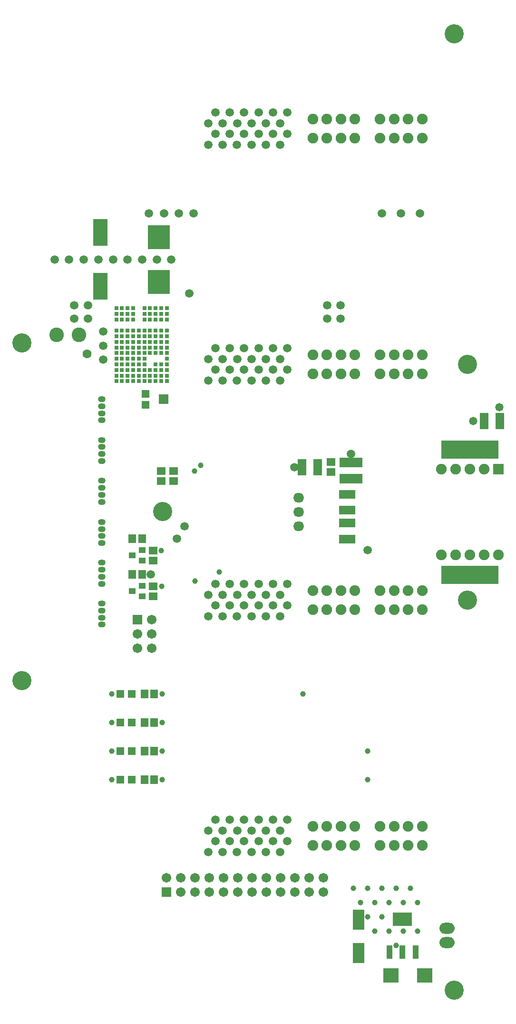
<source format=gts>
G04 Layer_Color=8388736*
%FSLAX25Y25*%
%MOIN*%
G70*
G01*
G75*
%ADD69R,0.05328X0.06115*%
%ADD70R,0.05524X0.05524*%
%ADD71R,0.04343X0.09265*%
%ADD72R,0.13398X0.09265*%
%ADD73R,0.10839X0.10446*%
%ADD74R,0.07887X0.14383*%
%ADD75R,0.06115X0.05328*%
%ADD76R,0.04627X0.03958*%
%ADD77R,0.05524X0.05524*%
%ADD78R,0.06706X0.07099*%
%ADD79R,0.02965X0.02965*%
%ADD80R,0.15367X0.16548*%
%ADD81R,0.09855X0.19107*%
%ADD82R,0.16154X0.07099*%
%ADD83R,0.11430X0.05918*%
%ADD84R,0.40170X0.12611*%
%ADD85R,0.05918X0.11430*%
%ADD86R,0.06706X0.06706*%
%ADD87C,0.06706*%
%ADD88O,0.10642X0.07690*%
%ADD89R,0.06706X0.06706*%
%ADD90O,0.05328X0.04147*%
%ADD91C,0.05918*%
%ADD92C,0.07493*%
%ADD93O,0.07493X0.06706*%
%ADD94R,0.07493X0.07493*%
%ADD95C,0.13398*%
%ADD96C,0.10249*%
%ADD97C,0.05800*%
%ADD98C,0.06312*%
%ADD99C,0.03950*%
D69*
X47594Y-163322D02*
D03*
X40705D02*
D03*
X47594Y-188322D02*
D03*
X40705D02*
D03*
X49123Y-332150D02*
D03*
X56013D02*
D03*
X49123Y-312150D02*
D03*
X56013D02*
D03*
X49123Y-272150D02*
D03*
X56013D02*
D03*
X49123Y-292150D02*
D03*
X56013D02*
D03*
D70*
X32149Y-332150D02*
D03*
X40417D02*
D03*
X32149Y-312150D02*
D03*
X40417D02*
D03*
X32149Y-292150D02*
D03*
X40417D02*
D03*
X32149Y-272150D02*
D03*
X40417D02*
D03*
D71*
X221038Y-452666D02*
D03*
X230094D02*
D03*
X239149D02*
D03*
D72*
X230094Y-429635D02*
D03*
D73*
X221924Y-469120D02*
D03*
X245743D02*
D03*
D74*
X199368Y-453264D02*
D03*
Y-430036D02*
D03*
D75*
X69471Y-116205D02*
D03*
Y-123095D02*
D03*
X60793Y-116205D02*
D03*
Y-123095D02*
D03*
X55403Y-178595D02*
D03*
Y-171705D02*
D03*
X55387Y-203595D02*
D03*
Y-196705D02*
D03*
X179788Y-109732D02*
D03*
Y-116621D02*
D03*
D76*
X47650Y-178890D02*
D03*
Y-171410D02*
D03*
X40681Y-175150D02*
D03*
X47634Y-203890D02*
D03*
Y-196410D02*
D03*
X40665Y-200150D02*
D03*
D77*
X50047Y-61906D02*
D03*
Y-69780D02*
D03*
D78*
X62646Y-65843D02*
D03*
D79*
X29465Y-53228D02*
D03*
X33402D02*
D03*
X37339D02*
D03*
X41276D02*
D03*
X45213D02*
D03*
X49150D02*
D03*
X53087D02*
D03*
X57024D02*
D03*
X60961D02*
D03*
X64898D02*
D03*
X29465Y-49291D02*
D03*
X33402D02*
D03*
X37339D02*
D03*
X41276D02*
D03*
X45213D02*
D03*
X49150D02*
D03*
X53087D02*
D03*
X57024D02*
D03*
X60961D02*
D03*
X64898D02*
D03*
X29465Y-45354D02*
D03*
X33402D02*
D03*
X37339D02*
D03*
X41276D02*
D03*
X45213D02*
D03*
X49150D02*
D03*
X53087D02*
D03*
X57024D02*
D03*
X60961D02*
D03*
X64898D02*
D03*
X29465Y-41417D02*
D03*
X33402D02*
D03*
X37339D02*
D03*
X41276D02*
D03*
X45213D02*
D03*
X49150D02*
D03*
X57024D02*
D03*
X60961D02*
D03*
X64898D02*
D03*
X29465Y-37480D02*
D03*
X33402D02*
D03*
X37339D02*
D03*
X41276D02*
D03*
X45213D02*
D03*
X49150D02*
D03*
X64898D02*
D03*
X29465Y-33543D02*
D03*
X33402D02*
D03*
X37339D02*
D03*
X41276D02*
D03*
X45213D02*
D03*
X49150D02*
D03*
X53087D02*
D03*
X57024D02*
D03*
X60961D02*
D03*
X64898D02*
D03*
X29465Y-29606D02*
D03*
X33402D02*
D03*
X37339D02*
D03*
X41276D02*
D03*
X45213D02*
D03*
X49150D02*
D03*
X53087D02*
D03*
X57024D02*
D03*
X60961D02*
D03*
X64898D02*
D03*
X29465Y-25669D02*
D03*
X33402D02*
D03*
X37339D02*
D03*
X41276D02*
D03*
X45213D02*
D03*
X49150D02*
D03*
X53087D02*
D03*
X57024D02*
D03*
X60961D02*
D03*
X64898D02*
D03*
X29465Y-21732D02*
D03*
X33402D02*
D03*
X37339D02*
D03*
X41276D02*
D03*
X45213D02*
D03*
X49150D02*
D03*
X53087D02*
D03*
X57024D02*
D03*
X60961D02*
D03*
X64898D02*
D03*
X29465Y-17795D02*
D03*
X33402D02*
D03*
X37339D02*
D03*
X41276D02*
D03*
X45213D02*
D03*
X49150D02*
D03*
X53087D02*
D03*
X57024D02*
D03*
X60961D02*
D03*
X64898D02*
D03*
X29465Y-9921D02*
D03*
X33402D02*
D03*
X37339D02*
D03*
X41276D02*
D03*
X49150D02*
D03*
X53087D02*
D03*
X57024D02*
D03*
X60961D02*
D03*
X64898D02*
D03*
X29465Y-5984D02*
D03*
X33402D02*
D03*
X37339D02*
D03*
X41276D02*
D03*
X49150D02*
D03*
X53087D02*
D03*
X57024D02*
D03*
X60961D02*
D03*
X64898D02*
D03*
X29465Y-2047D02*
D03*
X33402D02*
D03*
X37339D02*
D03*
X41276D02*
D03*
X49150D02*
D03*
X53087D02*
D03*
X57024D02*
D03*
X60961D02*
D03*
X64898D02*
D03*
D80*
X59141Y47598D02*
D03*
Y16102D02*
D03*
D81*
X18179Y50824D02*
D03*
Y13422D02*
D03*
D82*
X193781Y-121412D02*
D03*
Y-109995D02*
D03*
D83*
X191320Y-143279D02*
D03*
Y-132255D02*
D03*
Y-152548D02*
D03*
Y-163571D02*
D03*
D84*
X277165Y-101181D02*
D03*
Y-188583D02*
D03*
D85*
X159532Y-113472D02*
D03*
X170556D02*
D03*
X298150Y-80956D02*
D03*
X287126D02*
D03*
D86*
X64567Y-410787D02*
D03*
D87*
Y-400787D02*
D03*
X74567Y-410787D02*
D03*
Y-400787D02*
D03*
X84567Y-410787D02*
D03*
Y-400787D02*
D03*
X94567Y-410787D02*
D03*
Y-400787D02*
D03*
X104567Y-410787D02*
D03*
Y-400787D02*
D03*
X114567Y-410787D02*
D03*
Y-400787D02*
D03*
X124567Y-410787D02*
D03*
Y-400787D02*
D03*
X134567Y-410787D02*
D03*
Y-400787D02*
D03*
X144567Y-410787D02*
D03*
Y-400787D02*
D03*
X154567Y-410787D02*
D03*
Y-400787D02*
D03*
X164567Y-410787D02*
D03*
Y-400787D02*
D03*
X174567Y-410787D02*
D03*
Y-400787D02*
D03*
X54150Y-220121D02*
D03*
X44150Y-230121D02*
D03*
X54150D02*
D03*
X44150Y-240121D02*
D03*
X54150D02*
D03*
D88*
X261114Y-445973D02*
D03*
Y-436131D02*
D03*
D89*
X44150Y-220121D02*
D03*
D90*
X19150Y-208770D02*
D03*
Y-213691D02*
D03*
Y-218613D02*
D03*
Y-223534D02*
D03*
Y-180210D02*
D03*
Y-185132D02*
D03*
Y-190053D02*
D03*
Y-194974D02*
D03*
Y-151650D02*
D03*
Y-156571D02*
D03*
Y-161493D02*
D03*
Y-166414D02*
D03*
X19150Y-122886D02*
D03*
Y-127808D02*
D03*
Y-132729D02*
D03*
Y-137650D02*
D03*
X19150Y-94308D02*
D03*
Y-99229D02*
D03*
Y-104150D02*
D03*
Y-109071D02*
D03*
Y-65748D02*
D03*
Y-70669D02*
D03*
Y-75590D02*
D03*
Y-80511D02*
D03*
D91*
X149315Y-30162D02*
D03*
X98921D02*
D03*
X109000D02*
D03*
X119079D02*
D03*
X129157D02*
D03*
X139236D02*
D03*
X93961Y-37682D02*
D03*
X104039D02*
D03*
X114118D02*
D03*
X124197D02*
D03*
X134276D02*
D03*
X144354D02*
D03*
X98921Y-45201D02*
D03*
X109000D02*
D03*
X119079D02*
D03*
X129157D02*
D03*
X139236D02*
D03*
X149315D02*
D03*
X93921Y-52721D02*
D03*
X104000D02*
D03*
X114079D02*
D03*
X124158D02*
D03*
X134236D02*
D03*
X144315D02*
D03*
X149315Y-360162D02*
D03*
X98921D02*
D03*
X109000D02*
D03*
X119079D02*
D03*
X129157D02*
D03*
X139236D02*
D03*
X93961Y-367682D02*
D03*
X104039D02*
D03*
X114118D02*
D03*
X124197D02*
D03*
X134276D02*
D03*
X144354D02*
D03*
X98921Y-375201D02*
D03*
X109000D02*
D03*
X119079D02*
D03*
X129157D02*
D03*
X139236D02*
D03*
X149315D02*
D03*
X93921Y-382721D02*
D03*
X104000D02*
D03*
X114079D02*
D03*
X124158D02*
D03*
X134236D02*
D03*
X144315D02*
D03*
X149315Y-195162D02*
D03*
X98921D02*
D03*
X109000D02*
D03*
X119079D02*
D03*
X129157D02*
D03*
X139236D02*
D03*
X93961Y-202682D02*
D03*
X104039D02*
D03*
X114118D02*
D03*
X124197D02*
D03*
X134276D02*
D03*
X144354D02*
D03*
X98921Y-210201D02*
D03*
X109000D02*
D03*
X119079D02*
D03*
X129157D02*
D03*
X139236D02*
D03*
X149315D02*
D03*
X93921Y-217721D02*
D03*
X104000D02*
D03*
X114079D02*
D03*
X124158D02*
D03*
X134236D02*
D03*
X144315D02*
D03*
X149315Y134838D02*
D03*
X98921D02*
D03*
X109000D02*
D03*
X119079D02*
D03*
X129157D02*
D03*
X139236D02*
D03*
X93961Y127318D02*
D03*
X104039D02*
D03*
X114118D02*
D03*
X124197D02*
D03*
X134276D02*
D03*
X144354D02*
D03*
X98921Y119799D02*
D03*
X109000D02*
D03*
X119079D02*
D03*
X129157D02*
D03*
X139236D02*
D03*
X149315D02*
D03*
X93921Y112279D02*
D03*
X104000D02*
D03*
X114079D02*
D03*
X124158D02*
D03*
X134236D02*
D03*
X144315D02*
D03*
X205650Y-171263D02*
D03*
X71978Y-163322D02*
D03*
X77150Y-154650D02*
D03*
X53478Y-188322D02*
D03*
X154328Y-113472D02*
D03*
X193781Y-104019D02*
D03*
X68047Y31811D02*
D03*
X57811D02*
D03*
X47575D02*
D03*
X37339D02*
D03*
X27102D02*
D03*
X16866D02*
D03*
X6630D02*
D03*
X-3606D02*
D03*
X-13842D02*
D03*
X83748Y64225D02*
D03*
X73299D02*
D03*
X62850D02*
D03*
X80638Y8319D02*
D03*
X52402Y64225D02*
D03*
X20331Y-18504D02*
D03*
Y-28346D02*
D03*
Y-38189D02*
D03*
X0Y-9449D02*
D03*
Y0D02*
D03*
X9449D02*
D03*
Y-9449D02*
D03*
X215638Y64225D02*
D03*
X229024D02*
D03*
X242409D02*
D03*
X186614Y-9449D02*
D03*
Y0D02*
D03*
X177165D02*
D03*
Y-9449D02*
D03*
D92*
X196677Y-48036D02*
D03*
X186835D02*
D03*
X176992D02*
D03*
X167150D02*
D03*
X196677Y-34650D02*
D03*
X186835D02*
D03*
X176992D02*
D03*
X167150D02*
D03*
X214394D02*
D03*
X224236D02*
D03*
X234079D02*
D03*
X243921D02*
D03*
X214394Y-48036D02*
D03*
X224236D02*
D03*
X234079D02*
D03*
X243921D02*
D03*
X196677Y-378036D02*
D03*
X186835D02*
D03*
X176992D02*
D03*
X167150D02*
D03*
X196677Y-364650D02*
D03*
X186835D02*
D03*
X176992D02*
D03*
X167150D02*
D03*
X214394D02*
D03*
X224236D02*
D03*
X234079D02*
D03*
X243921D02*
D03*
X214394Y-378036D02*
D03*
X224236D02*
D03*
X234079D02*
D03*
X243921D02*
D03*
X196677Y-213036D02*
D03*
X186835D02*
D03*
X176992D02*
D03*
X167150D02*
D03*
X196677Y-199650D02*
D03*
X186835D02*
D03*
X176992D02*
D03*
X167150D02*
D03*
X214394D02*
D03*
X224236D02*
D03*
X234079D02*
D03*
X243921D02*
D03*
X214394Y-213036D02*
D03*
X224236D02*
D03*
X234079D02*
D03*
X243921D02*
D03*
X196677Y116964D02*
D03*
X186835D02*
D03*
X176992D02*
D03*
X167150D02*
D03*
X196677Y130350D02*
D03*
X186835D02*
D03*
X176992D02*
D03*
X167150D02*
D03*
X214394D02*
D03*
X224236D02*
D03*
X234079D02*
D03*
X243921D02*
D03*
X214394Y116964D02*
D03*
X224236D02*
D03*
X234079D02*
D03*
X243921D02*
D03*
X257150Y-174650D02*
D03*
X267150D02*
D03*
X277150D02*
D03*
X287150D02*
D03*
X297150D02*
D03*
X257150Y-114650D02*
D03*
X267150D02*
D03*
X277150D02*
D03*
X287150D02*
D03*
D93*
X157150Y-134650D02*
D03*
Y-144650D02*
D03*
Y-154650D02*
D03*
D94*
X297150Y-114650D02*
D03*
D95*
X275590Y-206299D02*
D03*
Y-41339D02*
D03*
X61811Y-144488D02*
D03*
X-36753Y-262761D02*
D03*
Y-26540D02*
D03*
X266397Y189995D02*
D03*
Y-479296D02*
D03*
D96*
X3150Y-20650D02*
D03*
X-12441D02*
D03*
D97*
X298031Y-71260D02*
D03*
X279528Y-81102D02*
D03*
D98*
X9055Y-34036D02*
D03*
D99*
X205650Y-332150D02*
D03*
X205649Y-312150D02*
D03*
X160150Y-272150D02*
D03*
X61650Y-332150D02*
D03*
X61650Y-312150D02*
D03*
X61650Y-292150D02*
D03*
X61650Y-272150D02*
D03*
X26150Y-332150D02*
D03*
Y-312150D02*
D03*
Y-292150D02*
D03*
Y-272150D02*
D03*
X240582Y-418150D02*
D03*
X235582Y-408150D02*
D03*
X240582Y-438150D02*
D03*
X225582Y-408150D02*
D03*
X230582Y-418150D02*
D03*
Y-438150D02*
D03*
X225582Y-448150D02*
D03*
X215582Y-408150D02*
D03*
X220582Y-418150D02*
D03*
X215582Y-428150D02*
D03*
X220582Y-438150D02*
D03*
X205582Y-408150D02*
D03*
X210582Y-418150D02*
D03*
X205582Y-428150D02*
D03*
X210582Y-438150D02*
D03*
X195582Y-408150D02*
D03*
X200582Y-418150D02*
D03*
X84150Y-116150D02*
D03*
X88650Y-112150D02*
D03*
X84650Y-193150D02*
D03*
X61150Y-196650D02*
D03*
X101650Y-186650D02*
D03*
X61094Y-171705D02*
D03*
M02*

</source>
